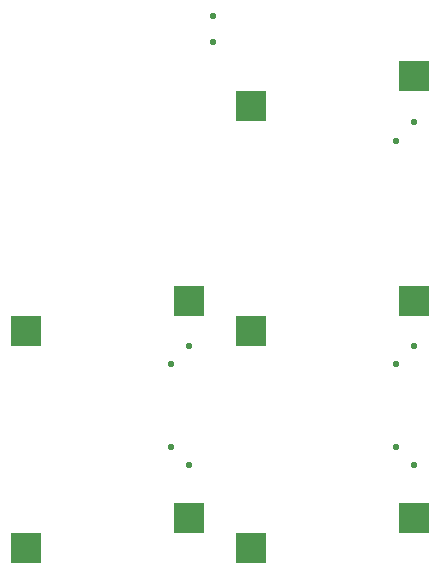
<source format=gbr>
%TF.GenerationSoftware,KiCad,Pcbnew,9.0.2*%
%TF.CreationDate,2025-07-23T19:01:54-06:00*%
%TF.ProjectId,macro devboard ESP32,6d616372-6f20-4646-9576-626f61726420,rev?*%
%TF.SameCoordinates,Original*%
%TF.FileFunction,Paste,Bot*%
%TF.FilePolarity,Positive*%
%FSLAX46Y46*%
G04 Gerber Fmt 4.6, Leading zero omitted, Abs format (unit mm)*
G04 Created by KiCad (PCBNEW 9.0.2) date 2025-07-23 19:01:54*
%MOMM*%
%LPD*%
G01*
G04 APERTURE LIST*
G04 Aperture macros list*
%AMRoundRect*
0 Rectangle with rounded corners*
0 $1 Rounding radius*
0 $2 $3 $4 $5 $6 $7 $8 $9 X,Y pos of 4 corners*
0 Add a 4 corners polygon primitive as box body*
4,1,4,$2,$3,$4,$5,$6,$7,$8,$9,$2,$3,0*
0 Add four circle primitives for the rounded corners*
1,1,$1+$1,$2,$3*
1,1,$1+$1,$4,$5*
1,1,$1+$1,$6,$7*
1,1,$1+$1,$8,$9*
0 Add four rect primitives between the rounded corners*
20,1,$1+$1,$2,$3,$4,$5,0*
20,1,$1+$1,$4,$5,$6,$7,0*
20,1,$1+$1,$6,$7,$8,$9,0*
20,1,$1+$1,$8,$9,$2,$3,0*%
G04 Aperture macros list end*
%ADD10R,2.550000X2.500000*%
%ADD11RoundRect,0.125000X0.000000X-0.176777X0.176777X0.000000X0.000000X0.176777X-0.176777X0.000000X0*%
%ADD12RoundRect,0.125000X-0.176777X0.000000X0.000000X-0.176777X0.176777X0.000000X0.000000X0.176777X0*%
%ADD13RoundRect,0.125000X0.125000X-0.125000X0.125000X0.125000X-0.125000X0.125000X-0.125000X-0.125000X0*%
G04 APERTURE END LIST*
D10*
%TO.C,SW6*%
X238800000Y-92065000D03*
X252650000Y-89525000D03*
%TD*%
%TO.C,SW9*%
X219750000Y-73650000D03*
X233600000Y-71110000D03*
%TD*%
%TO.C,SW7*%
X238800000Y-73650000D03*
X252650000Y-71110000D03*
%TD*%
%TO.C,SW8*%
X219750000Y-92065000D03*
X233600000Y-89525000D03*
%TD*%
%TO.C,SW1*%
X238800000Y-54600000D03*
X252650000Y-52060000D03*
%TD*%
D11*
%TO.C,D4*%
X251094366Y-76465634D03*
X252650000Y-74910000D03*
%TD*%
%TO.C,D6*%
X232034366Y-76485634D03*
X233590000Y-74930000D03*
%TD*%
D12*
%TO.C,D3*%
X251114366Y-83474366D03*
X252670000Y-85030000D03*
%TD*%
D13*
%TO.C,D7*%
X235590000Y-49190000D03*
X235590000Y-46990000D03*
%TD*%
D11*
%TO.C,D2*%
X251074366Y-57545634D03*
X252630000Y-55990000D03*
%TD*%
D12*
%TO.C,D5*%
X232024366Y-83434366D03*
X233580000Y-84990000D03*
%TD*%
M02*

</source>
